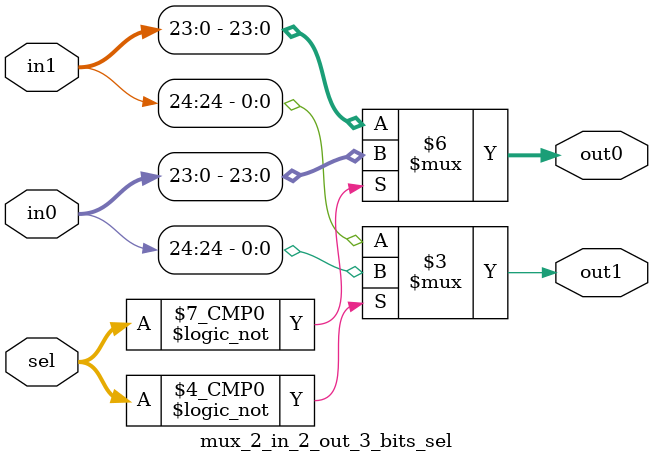
<source format=v>
module mux_2_in_2_out_3_bits_sel (in0 , in1 , sel , out0 , out1);
input [24:0]in0 , in1;//{ovf_rnd , Mout}
input [2:0]sel;
output reg [23:0]out0;//Mout
output reg out1;//ovf_rnd
always@(*)
begin
    case(sel)
        3'b000:
            begin
                out0 = in0[23:0];
                out1 = in0[24];
            end
        default:
            begin
                out0 = in1[23:0];
                out1 = in1[24];
            end
    endcase
end
endmodule
</source>
